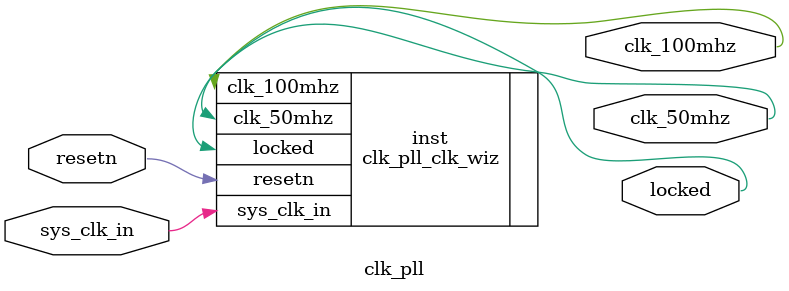
<source format=v>


`timescale 1ps/1ps

(* CORE_GENERATION_INFO = "clk_pll,clk_wiz_v6_0_3_0_0,{component_name=clk_pll,use_phase_alignment=true,use_min_o_jitter=false,use_max_i_jitter=false,use_dyn_phase_shift=false,use_inclk_switchover=false,use_dyn_reconfig=false,enable_axi=0,feedback_source=FDBK_AUTO,PRIMITIVE=PLL,num_out_clk=2,clkin1_period=10.000,clkin2_period=10.000,use_power_down=false,use_reset=true,use_locked=true,use_inclk_stopped=false,feedback_type=SINGLE,CLOCK_MGR_TYPE=NA,manual_override=false}" *)

module clk_pll 
 (
  // Clock out ports
  output        clk_50mhz,
  output        clk_100mhz,
  // Status and control signals
  input         resetn,
  output        locked,
 // Clock in ports
  input         sys_clk_in
 );

  clk_pll_clk_wiz inst
  (
  // Clock out ports  
  .clk_50mhz(clk_50mhz),
  .clk_100mhz(clk_100mhz),
  // Status and control signals               
  .resetn(resetn), 
  .locked(locked),
 // Clock in ports
  .sys_clk_in(sys_clk_in)
  );

endmodule

</source>
